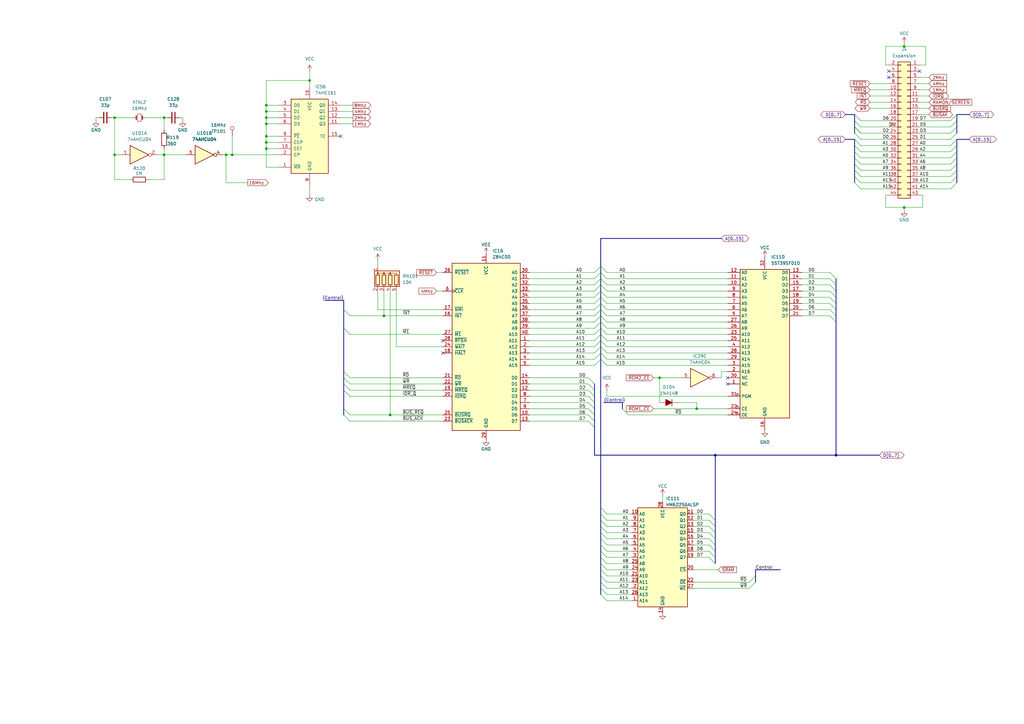
<source format=kicad_sch>
(kicad_sch (version 20250114) (generator "eeschema") (generator_version "9.0")
  (paper "A3")
  (title_block (title "CPU") (date "2024-12-09") (rev "2"))
  (lib_symbols
    (symbol "74xx:74LS04"
      (property "Reference" "U" (at 0 1.27 0))
      (property "Value" "74LS04" (at 0 -1.27 0))
      (symbol "74LS04_1_0"
        (pin input line (at -7.62 0 0) (length 3.81) (name "~") (number "1"))
        (pin output inverted (at 7.62 0 180) (length 3.81) (name "~") (number "2"))
      )
      (symbol "74LS04_2_0"
        (pin input line (at -7.62 0 0) (length 3.81) (name "~") (number "3"))
        (pin output inverted (at 7.62 0 180) (length 3.81) (name "~") (number "4"))
      )
      (symbol "74LS04_3_0"
        (pin input line (at -7.62 0 0) (length 3.81) (name "~") (number "5"))
        (pin output inverted (at 7.62 0 180) (length 3.81) (name "~") (number "6"))
      )
      (symbol "74LS04_4_0"
        (pin input line (at -7.62 0 0) (length 3.81) (name "~") (number "9"))
        (pin output inverted (at 7.62 0 180) (length 3.81) (name "~") (number "8"))
      )
      (symbol "74LS04_5_0"
        (pin input line (at -7.62 0 0) (length 3.81) (name "~") (number "11"))
        (pin output inverted (at 7.62 0 180) (length 3.81) (name "~") (number "10"))
      )
      (symbol "74LS04_6_0"
        (pin input line (at -7.62 0 0) (length 3.81) (name "~") (number "13"))
        (pin output inverted (at 7.62 0 180) (length 3.81) (name "~") (number "12"))
      )
      (symbol "74LS04_7_0"
        (pin power_in line (at 0 12.7 270) (length 5.08) (name "VCC") (number "14"))
        (pin power_in line (at 0 -12.7 90) (length 5.08) (name "GND") (number "7"))
      )
    )
    (symbol "74xx:74LS161" (pin_names (offset 1.016))
      (property "Reference" "U" (at -7.62 16.51 0))
      (property "Value" "74LS161" (at -7.62 -16.51 0))
      (symbol "74LS161_1_0"
        (pin input line (at -12.7 12.7 0) (length 5.08) (name "D0") (number "3"))
        (pin input line (at -12.7 10.16 0) (length 5.08) (name "D1") (number "4"))
        (pin input line (at -12.7 7.62 0) (length 5.08) (name "D2") (number "5"))
        (pin input line (at -12.7 5.08 0) (length 5.08) (name "D3") (number "6"))
        (pin input line (at -12.7 0 0) (length 5.08) (name "~{PE}") (number "9"))
        (pin input line (at -12.7 -2.54 0) (length 5.08) (name "CEP") (number "7"))
        (pin input line (at -12.7 -5.08 0) (length 5.08) (name "CET") (number "10"))
        (pin input line (at -12.7 -7.62 0) (length 5.08) (name "CP") (number "2"))
        (pin input line (at -12.7 -12.7 0) (length 5.08) (name "~{MR}") (number "1"))
        (pin power_in line (at 0 20.32 270) (length 5.08) (name "VCC") (number "16"))
        (pin power_in line (at 0 -20.32 90) (length 5.08) (name "GND") (number "8"))
        (pin output line (at 12.7 12.7 180) (length 5.08) (name "Q0") (number "14"))
        (pin output line (at 12.7 10.16 180) (length 5.08) (name "Q1") (number "13"))
        (pin output line (at 12.7 7.62 180) (length 5.08) (name "Q2") (number "12"))
        (pin output line (at 12.7 5.08 180) (length 5.08) (name "Q3") (number "11"))
        (pin output line (at 12.7 0 180) (length 5.08) (name "TC") (number "15"))
      )
    )
    (symbol "CPU:Z80CPU" (pin_names (offset 1.016))
      (property "Reference" "U" (at -13.97 35.56 0))
      (property "Value" "Z80CPU" (at 6.35 35.56 0))
      (symbol "Z80CPU_1_1"
        (pin input line (at -17.78 30.48 0) (length 3.81) (name "~{RESET}") (number "26"))
        (pin input clock (at -17.78 22.86 0) (length 3.81) (name "~{CLK}") (number "6"))
        (pin input line (at -17.78 15.24 0) (length 3.81) (name "~{NMI}") (number "17"))
        (pin input line (at -17.78 12.7 0) (length 3.81) (name "~{INT}") (number "16"))
        (pin output line (at -17.78 5.08 0) (length 3.81) (name "~{M1}") (number "27"))
        (pin output line (at -17.78 2.54 0) (length 3.81) (name "~{RFSH}") (number "28"))
        (pin input line (at -17.78 0 0) (length 3.81) (name "~{WAIT}") (number "24"))
        (pin output line (at -17.78 -2.54 0) (length 3.81) (name "~{HALT}") (number "18"))
        (pin output line (at -17.78 -12.7 0) (length 3.81) (name "~{RD}") (number "21"))
        (pin output line (at -17.78 -15.24 0) (length 3.81) (name "~{WR}") (number "22"))
        (pin output line (at -17.78 -17.78 0) (length 3.81) (name "~{MREQ}") (number "19"))
        (pin output line (at -17.78 -20.32 0) (length 3.81) (name "~{IORQ}") (number "20"))
        (pin input line (at -17.78 -27.94 0) (length 3.81) (name "~{BUSRQ}") (number "25"))
        (pin output line (at -17.78 -30.48 0) (length 3.81) (name "~{BUSACK}") (number "23"))
        (pin power_in line (at 0 38.1 270) (length 3.81) (name "VCC") (number "11"))
        (pin power_in line (at 0 -38.1 90) (length 3.81) (name "GND") (number "29"))
        (pin output line (at 17.78 30.48 180) (length 3.81) (name "A0") (number "30"))
        (pin output line (at 17.78 27.94 180) (length 3.81) (name "A1") (number "31"))
        (pin output line (at 17.78 25.4 180) (length 3.81) (name "A2") (number "32"))
        (pin output line (at 17.78 22.86 180) (length 3.81) (name "A3") (number "33"))
        (pin output line (at 17.78 20.32 180) (length 3.81) (name "A4") (number "34"))
        (pin output line (at 17.78 17.78 180) (length 3.81) (name "A5") (number "35"))
        (pin output line (at 17.78 15.24 180) (length 3.81) (name "A6") (number "36"))
        (pin output line (at 17.78 12.7 180) (length 3.81) (name "A7") (number "37"))
        (pin output line (at 17.78 10.16 180) (length 3.81) (name "A8") (number "38"))
        (pin output line (at 17.78 7.62 180) (length 3.81) (name "A9") (number "39"))
        (pin output line (at 17.78 5.08 180) (length 3.81) (name "A10") (number "40"))
        (pin output line (at 17.78 2.54 180) (length 3.81) (name "A11") (number "1"))
        (pin output line (at 17.78 0 180) (length 3.81) (name "A12") (number "2"))
        (pin output line (at 17.78 -2.54 180) (length 3.81) (name "A13") (number "3"))
        (pin output line (at 17.78 -5.08 180) (length 3.81) (name "A14") (number "4"))
        (pin output line (at 17.78 -7.62 180) (length 3.81) (name "A15") (number "5"))
        (pin bidirectional line (at 17.78 -12.7 180) (length 3.81) (name "D0") (number "14"))
        (pin bidirectional line (at 17.78 -15.24 180) (length 3.81) (name "D1") (number "15"))
        (pin bidirectional line (at 17.78 -17.78 180) (length 3.81) (name "D2") (number "12"))
        (pin bidirectional line (at 17.78 -20.32 180) (length 3.81) (name "D3") (number "8"))
        (pin bidirectional line (at 17.78 -22.86 180) (length 3.81) (name "D4") (number "7"))
        (pin bidirectional line (at 17.78 -25.4 180) (length 3.81) (name "D5") (number "9"))
        (pin bidirectional line (at 17.78 -27.94 180) (length 3.81) (name "D6") (number "10"))
        (pin bidirectional line (at 17.78 -30.48 180) (length 3.81) (name "D7") (number "13"))
      )
    )
    (symbol "Connector:TestPoint" (pin_numbers (hide yes)) (pin_names (offset 0.762) (hide yes))
      (property "Reference" "TP" (at 0 6.858 0))
      (property "Value" "TestPoint" (at 0 5.08 0))
      (symbol "TestPoint_1_1"
        (pin passive line (at 0 0 90) (length 2.54) (name "1") (number "1"))
      )
    )
    (symbol "Connector_Generic:Conn_02x22_Odd_Even" (pin_names (offset 1.016) (hide yes))
      (property "Reference" "J" (at 1.27 27.94 0))
      (property "Value" "Conn_02x22_Odd_Even" (at 1.27 -30.48 0))
      (symbol "Conn_02x22_Odd_Even_1_1"
        (pin passive line (at -5.08 25.4 0) (length 3.81) (name "Pin_1") (number "1"))
        (pin passive line (at -5.08 22.86 0) (length 3.81) (name "Pin_3") (number "3"))
        (pin passive line (at -5.08 20.32 0) (length 3.81) (name "Pin_5") (number "5"))
        (pin passive line (at -5.08 17.78 0) (length 3.81) (name "Pin_7") (number "7"))
        (pin passive line (at -5.08 15.24 0) (length 3.81) (name "Pin_9") (number "9"))
        (pin passive line (at -5.08 12.7 0) (length 3.81) (name "Pin_11") (number "11"))
        (pin passive line (at -5.08 10.16 0) (length 3.81) (name "Pin_13") (number "13"))
        (pin passive line (at -5.08 7.62 0) (length 3.81) (name "Pin_15") (number "15"))
        (pin passive line (at -5.08 5.08 0) (length 3.81) (name "Pin_17") (number "17"))
        (pin passive line (at -5.08 2.54 0) (length 3.81) (name "Pin_19") (number "19"))
        (pin passive line (at -5.08 0 0) (length 3.81) (name "Pin_21") (number "21"))
        (pin passive line (at -5.08 -2.54 0) (length 3.81) (name "Pin_23") (number "23"))
        (pin passive line (at -5.08 -5.08 0) (length 3.81) (name "Pin_25") (number "25"))
        (pin passive line (at -5.08 -7.62 0) (length 3.81) (name "Pin_27") (number "27"))
        (pin passive line (at -5.08 -10.16 0) (length 3.81) (name "Pin_29") (number "29"))
        (pin passive line (at -5.08 -12.7 0) (length 3.81) (name "Pin_31") (number "31"))
        (pin passive line (at -5.08 -15.24 0) (length 3.81) (name "Pin_33") (number "33"))
        (pin passive line (at -5.08 -17.78 0) (length 3.81) (name "Pin_35") (number "35"))
        (pin passive line (at -5.08 -20.32 0) (length 3.81) (name "Pin_37") (number "37"))
        (pin passive line (at -5.08 -22.86 0) (length 3.81) (name "Pin_39") (number "39"))
        (pin passive line (at -5.08 -25.4 0) (length 3.81) (name "Pin_41") (number "41"))
        (pin passive line (at -5.08 -27.94 0) (length 3.81) (name "Pin_43") (number "43"))
        (pin passive line (at 7.62 25.4 180) (length 3.81) (name "Pin_2") (number "2"))
        (pin passive line (at 7.62 22.86 180) (length 3.81) (name "Pin_4") (number "4"))
        (pin passive line (at 7.62 20.32 180) (length 3.81) (name "Pin_6") (number "6"))
        (pin passive line (at 7.62 17.78 180) (length 3.81) (name "Pin_8") (number "8"))
        (pin passive line (at 7.62 15.24 180) (length 3.81) (name "Pin_10") (number "10"))
        (pin passive line (at 7.62 12.7 180) (length 3.81) (name "Pin_12") (number "12"))
        (pin passive line (at 7.62 10.16 180) (length 3.81) (name "Pin_14") (number "14"))
        (pin passive line (at 7.62 7.62 180) (length 3.81) (name "Pin_16") (number "16"))
        (pin passive line (at 7.62 5.08 180) (length 3.81) (name "Pin_18") (number "18"))
        (pin passive line (at 7.62 2.54 180) (length 3.81) (name "Pin_20") (number "20"))
        (pin passive line (at 7.62 0 180) (length 3.81) (name "Pin_22") (number "22"))
        (pin passive line (at 7.62 -2.54 180) (length 3.81) (name "Pin_24") (number "24"))
        (pin passive line (at 7.62 -5.08 180) (length 3.81) (name "Pin_26") (number "26"))
        (pin passive line (at 7.62 -7.62 180) (length 3.81) (name "Pin_28") (number "28"))
        (pin passive line (at 7.62 -10.16 180) (length 3.81) (name "Pin_30") (number "30"))
        (pin passive line (at 7.62 -12.7 180) (length 3.81) (name "Pin_32") (number "32"))
        (pin passive line (at 7.62 -15.24 180) (length 3.81) (name "Pin_34") (number "34"))
        (pin passive line (at 7.62 -17.78 180) (length 3.81) (name "Pin_36") (number "36"))
        (pin passive line (at 7.62 -20.32 180) (length 3.81) (name "Pin_38") (number "38"))
        (pin passive line (at 7.62 -22.86 180) (length 3.81) (name "Pin_40") (number "40"))
        (pin passive line (at 7.62 -25.4 180) (length 3.81) (name "Pin_42") (number "42"))
        (pin passive line (at 7.62 -27.94 180) (length 3.81) (name "Pin_44") (number "44"))
      )
    )
    (symbol "Device:Crystal_Small" (pin_numbers (hide yes)) (pin_names (offset 1.016) (hide yes))
      (property "Reference" "Y" (at 0 2.54 0))
      (property "Value" "Crystal_Small" (at 0 -2.54 0))
      (symbol "Crystal_Small_1_1"
        (pin passive line (at -2.54 0 0) (length 1.27) (name "1") (number "1"))
        (pin passive line (at 2.54 0 180) (length 1.27) (name "2") (number "2"))
      )
    )
    (symbol "Device:R_Network04" (pin_names (offset 0) (hide yes))
      (property "Reference" "RN" (at -7.62 0 90))
      (property "Value" "R_Network04" (at 5.08 0 90))
      (symbol "R_Network04_1_1"
        (pin passive line (at -5.08 5.08 270) (length 2.54) (name "common") (number "1"))
        (pin passive line (at -5.08 -5.08 90) (length 1.27) (name "R1") (number "2"))
        (pin passive line (at -2.54 -5.08 90) (length 1.27) (name "R2") (number "3"))
        (pin passive line (at 0 -5.08 90) (length 1.27) (name "R3") (number "4"))
        (pin passive line (at 2.54 -5.08 90) (length 1.27) (name "R4") (number "5"))
      )
    )
    (symbol "Memory_Flash:SST39SF010"
      (property "Reference" "U" (at 2.54 33.02 0))
      (property "Value" "SST39SF010" (at 0 -30.48 0))
      (symbol "SST39SF010_0_0"
        (pin power_in line (at 0 36.83 270) (length 5.08) (name "VCC") (number "32"))
        (pin power_in line (at 0 -34.29 90) (length 5.08) (name "GND") (number "16"))
      )
      (symbol "SST39SF010_1_1"
        (pin input line (at -15.24 30.48 0) (length 5.08) (name "A0") (number "12"))
        (pin input line (at -15.24 27.94 0) (length 5.08) (name "A1") (number "11"))
        (pin input line (at -15.24 25.4 0) (length 5.08) (name "A2") (number "10"))
        (pin input line (at -15.24 22.86 0) (length 5.08) (name "A3") (number "9"))
        (pin input line (at -15.24 20.32 0) (length 5.08) (name "A4") (number "8"))
        (pin input line (at -15.24 17.78 0) (length 5.08) (name "A5") (number "7"))
        (pin input line (at -15.24 15.24 0) (length 5.08) (name "A6") (number "6"))
        (pin input line (at -15.24 12.7 0) (length 5.08) (name "A7") (number "5"))
        (pin input line (at -15.24 10.16 0) (length 5.08) (name "A8") (number "27"))
        (pin input line (at -15.24 7.62 0) (length 5.08) (name "A9") (number "26"))
        (pin input line (at -15.24 5.08 0) (length 5.08) (name "A10") (number "23"))
        (pin input line (at -15.24 2.54 0) (length 5.08) (name "A11") (number "25"))
        (pin input line (at -15.24 0 0) (length 5.08) (name "A12") (number "4"))
        (pin input line (at -15.24 -2.54 0) (length 5.08) (name "A13") (number "28"))
        (pin input line (at -15.24 -5.08 0) (length 5.08) (name "A14") (number "29"))
        (pin input line (at -15.24 -7.62 0) (length 5.08) (name "A15") (number "3"))
        (pin input line (at -15.24 -10.16 0) (length 5.08) (name "A16") (number "2"))
        (pin input line (at -15.24 -12.7 0) (length 5.08) (name "NC") (number "30"))
        (pin input line (at -15.24 -15.24 0) (length 5.08) (name "NC") (number "1"))
        (pin input input_low (at -15.24 -20.32 0) (length 5.08) (name "PGM") (number "31"))
        (pin input input_low (at -15.24 -25.4 0) (length 5.08) (name "CE") (number "22"))
        (pin input input_low (at -15.24 -27.94 0) (length 5.08) (name "OE") (number "24"))
        (pin tri_state line (at 15.24 30.48 180) (length 5.08) (name "D0") (number "13"))
        (pin tri_state line (at 15.24 27.94 180) (length 5.08) (name "D1") (number "14"))
        (pin tri_state line (at 15.24 25.4 180) (length 5.08) (name "D2") (number "15"))
        (pin tri_state line (at 15.24 22.86 180) (length 5.08) (name "D3") (number "17"))
        (pin tri_state line (at 15.24 20.32 180) (length 5.08) (name "D4") (number "18"))
        (pin tri_state line (at 15.24 17.78 180) (length 5.08) (name "D5") (number "19"))
        (pin tri_state line (at 15.24 15.24 180) (length 5.08) (name "D6") (number "20"))
        (pin tri_state line (at 15.24 12.7 180) (length 5.08) (name "D7") (number "21"))
      )
    )
    (symbol "Memory_RAM:CY62256-70PC"
      (property "Reference" "U" (at -10.16 20.955 0))
      (property "Value" "CY62256-70PC" (at 2.54 20.955 0))
      (symbol "CY62256-70PC_0_0"
        (pin power_in line (at 0 22.86 270) (length 2.54) (name "VCC") (number "28"))
        (pin power_in line (at 0 -22.86 90) (length 2.54) (name "GND") (number "14"))
      )
      (symbol "CY62256-70PC_1_1"
        (pin input line (at -12.7 17.78 0) (length 2.54) (name "A0") (number "10"))
        (pin input line (at -12.7 15.24 0) (length 2.54) (name "A1") (number "9"))
        (pin input line (at -12.7 12.7 0) (length 2.54) (name "A2") (number "8"))
        (pin input line (at -12.7 10.16 0) (length 2.54) (name "A3") (number "7"))
        (pin input line (at -12.7 7.62 0) (length 2.54) (name "A4") (number "6"))
        (pin input line (at -12.7 5.08 0) (length 2.54) (name "A5") (number "5"))
        (pin input line (at -12.7 2.54 0) (length 2.54) (name "A6") (number "4"))
        (pin input line (at -12.7 0 0) (length 2.54) (name "A7") (number "3"))
        (pin input line (at -12.7 -2.54 0) (length 2.54) (name "A8") (number "25"))
        (pin input line (at -12.7 -5.08 0) (length 2.54) (name "A9") (number "24"))
        (pin input line (at -12.7 -7.62 0) (length 2.54) (name "A10") (number "21"))
        (pin input line (at -12.7 -10.16 0) (length 2.54) (name "A11") (number "23"))
        (pin input line (at -12.7 -12.7 0) (length 2.54) (name "A12") (number "2"))
        (pin input line (at -12.7 -15.24 0) (length 2.54) (name "A13") (number "26"))
        (pin input line (at -12.7 -17.78 0) (length 2.54) (name "A14") (number "1"))
        (pin tri_state line (at 12.7 17.78 180) (length 2.54) (name "Q0") (number "11"))
        (pin tri_state line (at 12.7 15.24 180) (length 2.54) (name "Q1") (number "12"))
        (pin tri_state line (at 12.7 12.7 180) (length 2.54) (name "Q2") (number "13"))
        (pin tri_state line (at 12.7 10.16 180) (length 2.54) (name "Q3") (number "15"))
        (pin tri_state line (at 12.7 7.62 180) (length 2.54) (name "Q4") (number "16"))
        (pin tri_state line (at 12.7 5.08 180) (length 2.54) (name "Q5") (number "17"))
        (pin tri_state line (at 12.7 2.54 180) (length 2.54) (name "Q6") (number "18"))
        (pin tri_state line (at 12.7 0 180) (length 2.54) (name "Q7") (number "19"))
        (pin input line (at 12.7 -5.08 180) (length 2.54) (name "~{CS}") (number "20"))
        (pin input line (at 12.7 -10.16 180) (length 2.54) (name "~{OE}") (number "22"))
        (pin input line (at 12.7 -12.7 180) (length 2.54) (name "~{WE}") (number "27"))
      )
    )
    (symbol "PCM_Diode_AKL:1N4148" (pin_numbers (hide yes)) (pin_names (offset 1.016) (hide yes))
      (property "Reference" "D" (at 0 5.08 0))
      (property "Value" "1N4148" (at 0 2.54 0))
      (symbol "1N4148_1_1"
        (pin passive line (at -3.81 0 0) (length 2.54) (name "A") (number "2"))
        (pin passive line (at 3.81 0 180) (length 2.54) (name "K") (number "1"))
      )
      (symbol "1N4148_1_2"
        (pin passive line (at -2.54 -2.54 0) (length 0) (name "A") (number "2"))
        (pin passive line (at 2.54 2.54 180) (length 0) (name "K") (number "1"))
      )
    )
    (symbol "PCM_SL_Devices:Capacitor_NP"
      (property "Reference" "C" (at 0 6.35 0))
      (property "Value" "Capacitor_NP" (at 0 3.81 0))
      (symbol "Capacitor_NP_1_1"
        (pin passive line (at -2.54 0 0) (length 2) (name "~") (number "1"))
        (pin input line (at 2.54 0 180) (length 2) (name "~") (number "2"))
      )
    )
    (symbol "VCC_1" (power) (pin_numbers (hide yes)) (pin_names (offset 0) (hide yes))
      (property "Value" "VCC" (at 0 3.556 0))
      (symbol "VCC_1_1_1"
        (pin power_in line (at 0 0 90) (length 0) (name "~") (number "1"))
      )
    )
    (symbol "VCC_2" (power) (pin_numbers (hide yes)) (pin_names (offset 0) (hide yes))
      (property "Value" "VCC" (at 0 3.556 0))
      (symbol "VCC_2_1_1"
        (pin power_in line (at 0 0 90) (length 0) (name "~") (number "1"))
      )
    )
    (symbol "artemisa:R" (pin_numbers (hide yes)) (pin_names (offset 1.016))
      (property "Reference" "R" (at 0 -2.54 0))
      (property "Value" "R" (at 0 0 0))
      (symbol "R_1_1"
        (pin passive line (at -3.81 0 0) (length 1.27) (name "~") (number "1"))
        (pin passive line (at 3.81 0 180) (length 1.27) (name "~") (number "2"))
      )
    )
    (symbol "power:GND" (power) (pin_names (offset 0))
      (property "Value" "GND" (at 0 -3.81 0))
      (symbol "GND_1_1"
        (pin power_in line (at 0 0 270) (length 0) (hide yes) (name "GND") (number "1"))
      )
    )
    (symbol "power:VCC" (power) (pin_names (offset 0))
      (property "Value" "VCC" (at 0 3.81 0))
      (symbol "VCC_1_1"
        (pin power_in line (at 0 0 90) (length 0) (hide yes) (name "VCC") (number "1"))
      )
    )
  )
  (bus_alias "Control" (members "Reset" "~{Reset}" "~{INT}" "~{BUS_REQ}" "~{M1}" "~{RFSH}" "~{RD}" "~{WR}" "~{IOR_Q}" "~{MREQ}" "~{BUS_ACK}"))
  (junction (at 67.31 48.26))
  (junction (at 293.37 186.69))
  (junction (at 46.99 63.5))
  (junction (at 92.71 63.5))
  (junction (at 342.9 186.69))
  (junction (at 160.02 170.18))
  (junction (at 109.22 43.18))
  (junction (at 285.75 167.64))
  (junction (at 270.51 154.94))
  (junction (at 109.22 50.8))
  (junction (at 109.22 58.42))
  (junction (at 157.48 129.54))
  (junction (at 46.99 48.26))
  (junction (at 370.84 85.09))
  (junction (at 95.25 63.5))
  (junction (at 67.31 63.5))
  (junction (at 109.22 60.96))
  (junction (at 127 33.02))
  (junction (at 109.22 55.88))
  (junction (at 370.84 19.05))
  (junction (at 109.22 48.26))
  (junction (at 109.22 45.72))
  (no_connect (at 364.49 31.75))
  (no_connect (at 364.49 29.21))
  (no_connect (at 139.7 55.88))
  (no_connect (at 377.19 29.21))
  (no_connect (at 298.45 154.94))
  (no_connect (at 181.61 144.78))
  (no_connect (at 298.45 157.48))
  (no_connect (at 181.61 139.7))
  (bus_entry (at 140.97 167.64) (size 2.54 2.54))
  (bus_entry (at 243.84 121.92) (size 2.54 -2.54))
  (bus_entry (at 350.52 74.93) (size 2.54 2.54))
  (bus_entry (at 350.52 59.69) (size 2.54 2.54))
  (bus_entry (at 241.3 162.56) (size 2.54 2.54))
  (bus_entry (at 248.92 210.82) (size -2.54 -2.54))
  (bus_entry (at 248.92 134.62) (size -2.54 -2.54))
  (bus_entry (at 248.92 223.52) (size -2.54 -2.54))
  (bus_entry (at 248.92 233.68) (size -2.54 -2.54))
  (bus_entry (at 140.97 154.94) (size 2.54 2.54))
  (bus_entry (at 290.83 215.9) (size 2.54 2.54))
  (bus_entry (at 243.84 137.16) (size 2.54 -2.54))
  (bus_entry (at 248.92 116.84) (size -2.54 -2.54))
  (bus_entry (at 309.88 238.76) (size -2.54 2.54))
  (bus_entry (at 241.3 154.94) (size 2.54 2.54))
  (bus_entry (at 340.36 127) (size 2.54 2.54))
  (bus_entry (at 243.84 114.3) (size 2.54 -2.54))
  (bus_entry (at 350.52 49.53) (size 2.54 2.54))
  (bus_entry (at 241.3 170.18) (size 2.54 2.54))
  (bus_entry (at 248.92 238.76) (size -2.54 -2.54))
  (bus_entry (at 243.84 116.84) (size 2.54 -2.54))
  (bus_entry (at 290.83 220.98) (size 2.54 2.54))
  (bus_entry (at 290.83 210.82) (size 2.54 2.54))
  (bus_entry (at 248.92 139.7) (size -2.54 -2.54))
  (bus_entry (at 243.84 129.54) (size 2.54 -2.54))
  (bus_entry (at 340.36 124.46) (size 2.54 2.54))
  (bus_entry (at 140.97 157.48) (size 2.54 2.54))
  (bus_entry (at 243.84 124.46) (size 2.54 -2.54))
  (bus_entry (at 241.3 167.64) (size 2.54 2.54))
  (bus_entry (at 248.92 243.84) (size -2.54 -2.54))
  (bus_entry (at 392.43 69.85) (size -2.54 2.54))
  (bus_entry (at 350.52 52.07) (size 2.54 2.54))
  (bus_entry (at 243.84 132.08) (size 2.54 -2.54))
  (bus_entry (at 243.84 144.78) (size 2.54 -2.54))
  (bus_entry (at 392.43 67.31) (size -2.54 2.54))
  (bus_entry (at 392.43 49.53) (size -2.54 2.54))
  (bus_entry (at 290.83 228.6) (size 2.54 2.54))
  (bus_entry (at 290.83 213.36) (size 2.54 2.54))
  (bus_entry (at 140.97 134.62) (size 2.54 2.54))
  (bus_entry (at 243.84 111.76) (size 2.54 -2.54))
  (bus_entry (at 243.84 127) (size 2.54 -2.54))
  (bus_entry (at 290.83 226.06) (size 2.54 2.54))
  (bus_entry (at 248.92 129.54) (size -2.54 -2.54))
  (bus_entry (at 392.43 72.39) (size -2.54 2.54))
  (bus_entry (at 140.97 170.18) (size 2.54 2.54))
  (bus_entry (at 241.3 172.72) (size 2.54 2.54))
  (bus_entry (at 350.52 46.99) (size 2.54 2.54))
  (bus_entry (at 248.92 142.24) (size -2.54 -2.54))
  (bus_entry (at 392.43 59.69) (size -2.54 2.54))
  (bus_entry (at 340.36 114.3) (size 2.54 2.54))
  (bus_entry (at 290.83 218.44) (size 2.54 2.54))
  (bus_entry (at 248.92 213.36) (size -2.54 -2.54))
  (bus_entry (at 392.43 62.23) (size -2.54 2.54))
  (bus_entry (at 248.92 246.38) (size -2.54 -2.54))
  (bus_entry (at 350.52 64.77) (size 2.54 2.54))
  (bus_entry (at 248.92 124.46) (size -2.54 -2.54))
  (bus_entry (at 248.92 215.9) (size -2.54 -2.54))
  (bus_entry (at 248.92 218.44) (size -2.54 -2.54))
  (bus_entry (at 340.36 121.92) (size 2.54 2.54))
  (bus_entry (at 350.52 72.39) (size 2.54 2.54))
  (bus_entry (at 309.88 236.22) (size -2.54 2.54))
  (bus_entry (at 248.92 147.32) (size -2.54 -2.54))
  (bus_entry (at 248.92 228.6) (size -2.54 -2.54))
  (bus_entry (at 350.52 57.15) (size 2.54 2.54))
  (bus_entry (at 290.83 223.52) (size 2.54 2.54))
  (bus_entry (at 340.36 116.84) (size 2.54 2.54))
  (bus_entry (at 392.43 57.15) (size -2.54 2.54))
  (bus_entry (at 243.84 119.38) (size 2.54 -2.54))
  (bus_entry (at 248.92 220.98) (size -2.54 -2.54))
  (bus_entry (at 243.84 149.86) (size 2.54 -2.54))
  (bus_entry (at 248.92 114.3) (size -2.54 -2.54))
  (bus_entry (at 392.43 46.99) (size -2.54 2.54))
  (bus_entry (at 350.52 62.23) (size 2.54 2.54))
  (bus_entry (at 241.3 165.1) (size 2.54 2.54))
  (bus_entry (at 248.92 111.76) (size -2.54 -2.54))
  (bus_entry (at 340.36 119.38) (size 2.54 2.54))
  (bus_entry (at 392.43 64.77) (size -2.54 2.54))
  (bus_entry (at 392.43 52.07) (size -2.54 2.54))
  (bus_entry (at 248.92 132.08) (size -2.54 -2.54))
  (bus_entry (at 350.52 54.61) (size 2.54 2.54))
  (bus_entry (at 241.3 160.02) (size 2.54 2.54))
  (bus_entry (at 248.92 137.16) (size -2.54 -2.54))
  (bus_entry (at 140.97 127) (size 2.54 2.54))
  (bus_entry (at 392.43 54.61) (size -2.54 2.54))
  (bus_entry (at 248.92 241.3) (size -2.54 -2.54))
  (bus_entry (at 248.92 149.86) (size -2.54 -2.54))
  (bus_entry (at 340.36 111.76) (size 2.54 2.54))
  (bus_entry (at 248.92 144.78) (size -2.54 -2.54))
  (bus_entry (at 140.97 152.4) (size 2.54 2.54))
  (bus_entry (at 248.92 119.38) (size -2.54 -2.54))
  (bus_entry (at 248.92 127) (size -2.54 -2.54))
  (bus_entry (at 248.92 121.92) (size -2.54 -2.54))
  (bus_entry (at 140.97 160.02) (size 2.54 2.54))
  (bus_entry (at 243.84 147.32) (size 2.54 -2.54))
  (bus_entry (at 350.52 67.31) (size 2.54 2.54))
  (bus_entry (at 243.84 134.62) (size 2.54 -2.54))
  (bus_entry (at 241.3 157.48) (size 2.54 2.54))
  (bus_entry (at 350.52 69.85) (size 2.54 2.54))
  (bus_entry (at 340.36 129.54) (size 2.54 2.54))
  (bus_entry (at 243.84 139.7) (size 2.54 -2.54))
  (bus_entry (at 350.52 52.07) (size 2.54 2.54))
  (bus_entry (at 255.27 167.64) (size 2.54 2.54))
  (bus_entry (at 243.84 142.24) (size 2.54 -2.54))
  (bus_entry (at 248.92 236.22) (size -2.54 -2.54))
  (bus_entry (at 248.92 226.06) (size -2.54 -2.54))
  (bus_entry (at 392.43 74.93) (size -2.54 2.54))
  (bus_entry (at 248.92 231.14) (size -2.54 -2.54))
  (wire (pts (xy 294.64 154.94) (xy 295.91 154.94)))
  (wire (pts (xy 328.93 124.46) (xy 340.36 124.46)))
  (wire (pts (xy 370.84 19.05) (xy 363.22 19.05)))
  (bus (pts (xy 293.37 186.69) (xy 342.9 186.69)))
  (wire (pts (xy 248.92 111.76) (xy 298.45 111.76)))
  (wire (pts (xy 143.51 170.18) (xy 160.02 170.18)))
  (wire (pts (xy 353.06 52.07) (xy 364.49 52.07)))
  (wire (pts (xy 160.02 119.38) (xy 160.02 170.18)))
  (wire (pts (xy 143.51 154.94) (xy 181.61 154.94)))
  (wire (pts (xy 109.22 45.72) (xy 109.22 43.18)))
  (wire (pts (xy 109.22 33.02) (xy 127 33.02)))
  (wire (pts (xy 64.77 63.5) (xy 67.31 63.5)))
  (bus (pts (xy 246.38 241.3) (xy 246.38 238.76)))
  (wire (pts (xy 74.93 48.26) (xy 73.66 48.26)))
  (wire (pts (xy 217.17 111.76) (xy 243.84 111.76)))
  (bus (pts (xy 246.38 97.79) (xy 295.91 97.79)))
  (bus (pts (xy 246.38 210.82) (xy 246.38 208.28)))
  (wire (pts (xy 217.17 160.02) (xy 241.3 160.02)))
  (wire (pts (xy 377.19 54.61) (xy 389.89 54.61)))
  (bus (pts (xy 346.71 57.15) (xy 350.52 57.15)))
  (bus (pts (xy 293.37 228.6) (xy 293.37 231.14)))
  (bus (pts (xy 243.84 165.1) (xy 243.84 167.64)))
  (bus (pts (xy 246.38 129.54) (xy 246.38 127)))
  (wire (pts (xy 143.51 137.16) (xy 181.61 137.16)))
  (wire (pts (xy 353.06 74.93) (xy 364.49 74.93)))
  (bus (pts (xy 246.38 147.32) (xy 246.38 144.78)))
  (bus (pts (xy 246.38 223.52) (xy 246.38 220.98)))
  (wire (pts (xy 356.87 34.29) (xy 364.49 34.29)))
  (bus (pts (xy 360.68 186.69) (xy 342.9 186.69)))
  (bus (pts (xy 350.52 46.99) (xy 350.52 49.53)))
  (bus (pts (xy 140.97 154.94) (xy 140.97 157.48)))
  (bus (pts (xy 246.38 147.32) (xy 246.38 208.28)))
  (wire (pts (xy 328.93 127) (xy 340.36 127)))
  (wire (pts (xy 284.48 223.52) (xy 290.83 223.52)))
  (wire (pts (xy 363.22 19.05) (xy 363.22 26.67)))
  (wire (pts (xy 109.22 60.96) (xy 114.3 60.96)))
  (wire (pts (xy 364.49 80.01) (xy 363.22 80.01)))
  (bus (pts (xy 243.84 167.64) (xy 243.84 170.18)))
  (wire (pts (xy 217.17 157.48) (xy 241.3 157.48)))
  (bus (pts (xy 140.97 160.02) (xy 140.97 167.64)))
  (bus (pts (xy 246.38 226.06) (xy 246.38 223.52)))
  (bus (pts (xy 246.38 218.44) (xy 246.38 215.9)))
  (wire (pts (xy 217.17 167.64) (xy 241.3 167.64)))
  (wire (pts (xy 370.84 17.78) (xy 370.84 19.05)))
  (wire (pts (xy 248.92 147.32) (xy 298.45 147.32)))
  (bus (pts (xy 342.9 119.38) (xy 342.9 121.92)))
  (wire (pts (xy 379.73 19.05) (xy 379.73 26.67)))
  (wire (pts (xy 127 76.2) (xy 127 80.01)))
  (wire (pts (xy 74.93 49.53) (xy 74.93 48.26)))
  (wire (pts (xy 46.99 63.5) (xy 49.53 63.5)))
  (bus (pts (xy 342.9 114.3) (xy 342.9 116.84)))
  (wire (pts (xy 248.92 162.56) (xy 248.92 160.02)))
  (bus (pts (xy 246.38 241.3) (xy 246.38 243.84)))
  (wire (pts (xy 377.19 69.85) (xy 389.89 69.85)))
  (wire (pts (xy 217.17 154.94) (xy 241.3 154.94)))
  (bus (pts (xy 392.43 49.53) (xy 392.43 46.99)))
  (bus (pts (xy 342.9 129.54) (xy 342.9 132.08)))
  (bus (pts (xy 255.27 167.64) (xy 255.27 165.1)))
  (wire (pts (xy 154.94 106.68) (xy 154.94 109.22)))
  (wire (pts (xy 377.19 72.39) (xy 389.89 72.39)))
  (wire (pts (xy 377.19 57.15) (xy 389.89 57.15)))
  (wire (pts (xy 377.19 77.47) (xy 389.89 77.47)))
  (wire (pts (xy 356.87 36.83) (xy 364.49 36.83)))
  (bus (pts (xy 350.52 52.07) (xy 350.52 54.61)))
  (bus (pts (xy 392.43 57.15) (xy 397.51 57.15)))
  (wire (pts (xy 217.17 142.24) (xy 243.84 142.24)))
  (bus (pts (xy 246.38 215.9) (xy 246.38 213.36)))
  (bus (pts (xy 246.38 228.6) (xy 246.38 226.06)))
  (wire (pts (xy 45.72 48.26) (xy 46.99 48.26)))
  (wire (pts (xy 217.17 121.92) (xy 243.84 121.92)))
  (bus (pts (xy 133.35 123.19) (xy 140.97 123.19)))
  (bus (pts (xy 246.38 97.79) (xy 246.38 109.22)))
  (wire (pts (xy 328.93 119.38) (xy 340.36 119.38)))
  (wire (pts (xy 353.06 62.23) (xy 364.49 62.23)))
  (wire (pts (xy 46.99 73.66) (xy 46.99 63.5)))
  (bus (pts (xy 247.65 165.1) (xy 255.27 165.1)))
  (wire (pts (xy 284.48 220.98) (xy 290.83 220.98)))
  (wire (pts (xy 353.06 77.47) (xy 364.49 77.47)))
  (bus (pts (xy 246.38 236.22) (xy 246.38 233.68)))
  (bus (pts (xy 392.43 64.77) (xy 392.43 62.23)))
  (wire (pts (xy 109.22 45.72) (xy 114.3 45.72)))
  (bus (pts (xy 392.43 62.23) (xy 392.43 59.69)))
  (bus (pts (xy 293.37 223.52) (xy 293.37 226.06)))
  (wire (pts (xy 39.37 49.53) (xy 39.37 48.26)))
  (wire (pts (xy 248.92 127) (xy 298.45 127)))
  (bus (pts (xy 243.84 170.18) (xy 243.84 172.72)))
  (bus (pts (xy 346.71 46.99) (xy 350.52 46.99)))
  (wire (pts (xy 217.17 134.62) (xy 243.84 134.62)))
  (wire (pts (xy 162.56 142.24) (xy 162.56 119.38)))
  (bus (pts (xy 392.43 72.39) (xy 392.43 69.85)))
  (wire (pts (xy 270.51 154.94) (xy 270.51 165.1)))
  (bus (pts (xy 246.38 137.16) (xy 246.38 134.62)))
  (bus (pts (xy 246.38 213.36) (xy 246.38 210.82)))
  (wire (pts (xy 259.08 223.52) (xy 248.92 223.52)))
  (bus (pts (xy 392.43 52.07) (xy 392.43 49.53)))
  (wire (pts (xy 160.02 170.18) (xy 181.61 170.18)))
  (bus (pts (xy 342.9 124.46) (xy 342.9 127)))
  (wire (pts (xy 143.51 172.72) (xy 181.61 172.72)))
  (wire (pts (xy 259.08 210.82) (xy 248.92 210.82)))
  (wire (pts (xy 259.08 238.76) (xy 248.92 238.76)))
  (wire (pts (xy 217.17 124.46) (xy 243.84 124.46)))
  (wire (pts (xy 248.92 137.16) (xy 298.45 137.16)))
  (bus (pts (xy 350.52 67.31) (xy 350.52 64.77)))
  (bus (pts (xy 350.52 69.85) (xy 350.52 67.31)))
  (bus (pts (xy 246.38 220.98) (xy 246.38 218.44)))
  (wire (pts (xy 95.25 55.88) (xy 95.25 63.5)))
  (wire (pts (xy 377.19 74.93) (xy 389.89 74.93)))
  (wire (pts (xy 328.93 114.3) (xy 340.36 114.3)))
  (wire (pts (xy 377.19 34.29) (xy 381 34.29)))
  (bus (pts (xy 246.38 231.14) (xy 246.38 228.6)))
  (wire (pts (xy 284.48 233.68) (xy 294.64 233.68)))
  (wire (pts (xy 217.17 119.38) (xy 243.84 119.38)))
  (bus (pts (xy 246.38 116.84) (xy 246.38 114.3)))
  (bus (pts (xy 350.52 49.53) (xy 350.52 52.07)))
  (wire (pts (xy 259.08 215.9) (xy 248.92 215.9)))
  (bus (pts (xy 350.52 74.93) (xy 350.52 72.39)))
  (wire (pts (xy 181.61 142.24) (xy 162.56 142.24)))
  (bus (pts (xy 140.97 134.62) (xy 140.97 152.4)))
  (wire (pts (xy 114.3 68.58) (xy 109.22 68.58)))
  (wire (pts (xy 217.17 147.32) (xy 243.84 147.32)))
  (wire (pts (xy 259.08 233.68) (xy 248.92 233.68)))
  (wire (pts (xy 67.31 73.66) (xy 67.31 63.5)))
  (wire (pts (xy 259.08 236.22) (xy 248.92 236.22)))
  (wire (pts (xy 92.71 63.5) (xy 92.71 74.93)))
  (wire (pts (xy 284.48 226.06) (xy 290.83 226.06)))
  (wire (pts (xy 92.71 74.93) (xy 101.6 74.93)))
  (wire (pts (xy 67.31 53.34) (xy 67.31 48.26)))
  (wire (pts (xy 67.31 48.26) (xy 59.69 48.26)))
  (wire (pts (xy 284.48 238.76) (xy 307.34 238.76)))
  (wire (pts (xy 67.31 60.96) (xy 67.31 63.5)))
  (bus (pts (xy 392.43 59.69) (xy 392.43 57.15)))
  (wire (pts (xy 217.17 132.08) (xy 243.84 132.08)))
  (wire (pts (xy 157.48 119.38) (xy 157.48 129.54)))
  (wire (pts (xy 109.22 60.96) (xy 109.22 58.42)))
  (wire (pts (xy 217.17 165.1) (xy 241.3 165.1)))
  (bus (pts (xy 392.43 72.39) (xy 392.43 74.93)))
  (wire (pts (xy 353.06 72.39) (xy 364.49 72.39)))
  (wire (pts (xy 377.19 49.53) (xy 389.89 49.53)))
  (bus (pts (xy 246.38 111.76) (xy 246.38 109.22)))
  (wire (pts (xy 217.17 129.54) (xy 243.84 129.54)))
  (wire (pts (xy 298.45 134.62) (xy 248.92 134.62)))
  (wire (pts (xy 278.13 165.1) (xy 285.75 165.1)))
  (bus (pts (xy 293.37 213.36) (xy 293.37 215.9)))
  (bus (pts (xy 342.9 132.08) (xy 342.9 186.69)))
  (wire (pts (xy 284.48 228.6) (xy 290.83 228.6)))
  (wire (pts (xy 370.84 85.09) (xy 370.84 86.36)))
  (wire (pts (xy 157.48 129.54) (xy 181.61 129.54)))
  (wire (pts (xy 379.73 19.05) (xy 370.84 19.05)))
  (bus (pts (xy 243.84 172.72) (xy 243.84 175.26)))
  (wire (pts (xy 284.48 213.36) (xy 290.83 213.36)))
  (wire (pts (xy 109.22 48.26) (xy 109.22 45.72)))
  (wire (pts (xy 68.58 48.26) (xy 67.31 48.26)))
  (wire (pts (xy 377.19 62.23) (xy 389.89 62.23)))
  (wire (pts (xy 139.7 48.26) (xy 144.78 48.26)))
  (wire (pts (xy 127 33.02) (xy 127 35.56)))
  (wire (pts (xy 257.81 170.18) (xy 298.45 170.18)))
  (wire (pts (xy 179.07 119.38) (xy 181.61 119.38)))
  (bus (pts (xy 350.52 59.69) (xy 350.52 57.15)))
  (bus (pts (xy 392.43 67.31) (xy 392.43 64.77)))
  (wire (pts (xy 356.87 44.45) (xy 364.49 44.45)))
  (bus (pts (xy 246.38 127) (xy 246.38 124.46)))
  (wire (pts (xy 377.19 39.37) (xy 381 39.37)))
  (wire (pts (xy 248.92 119.38) (xy 298.45 119.38)))
  (bus (pts (xy 350.52 64.77) (xy 350.52 62.23)))
  (wire (pts (xy 248.92 149.86) (xy 298.45 149.86)))
  (wire (pts (xy 259.08 231.14) (xy 248.92 231.14)))
  (wire (pts (xy 284.48 218.44) (xy 290.83 218.44)))
  (bus (pts (xy 350.52 62.23) (xy 350.52 59.69)))
  (bus (pts (xy 246.38 119.38) (xy 246.38 116.84)))
  (bus (pts (xy 243.84 160.02) (xy 243.84 162.56)))
  (bus (pts (xy 293.37 186.69) (xy 293.37 213.36)))
  (wire (pts (xy 181.61 127) (xy 154.94 127)))
  (bus (pts (xy 392.43 54.61) (xy 392.43 52.07)))
  (bus (pts (xy 293.37 218.44) (xy 293.37 220.98)))
  (wire (pts (xy 298.45 162.56) (xy 248.92 162.56)))
  (bus (pts (xy 140.97 127) (xy 140.97 134.62)))
  (wire (pts (xy 298.45 116.84) (xy 248.92 116.84)))
  (wire (pts (xy 370.84 85.09) (xy 363.22 85.09)))
  (wire (pts (xy 217.17 144.78) (xy 243.84 144.78)))
  (wire (pts (xy 127 29.21) (xy 127 33.02)))
  (bus (pts (xy 309.88 236.22) (xy 309.88 238.76)))
  (bus (pts (xy 246.38 233.68) (xy 246.38 231.14)))
  (wire (pts (xy 53.34 73.66) (xy 46.99 73.66)))
  (wire (pts (xy 248.92 132.08) (xy 298.45 132.08)))
  (bus (pts (xy 243.84 186.69) (xy 293.37 186.69)))
  (wire (pts (xy 95.25 63.5) (xy 114.3 63.5)))
  (wire (pts (xy 259.08 213.36) (xy 248.92 213.36)))
  (wire (pts (xy 284.48 215.9) (xy 290.83 215.9)))
  (wire (pts (xy 217.17 139.7) (xy 243.84 139.7)))
  (wire (pts (xy 377.19 41.91) (xy 381 41.91)))
  (wire (pts (xy 259.08 220.98) (xy 248.92 220.98)))
  (wire (pts (xy 356.87 41.91) (xy 364.49 41.91)))
  (wire (pts (xy 217.17 170.18) (xy 241.3 170.18)))
  (wire (pts (xy 179.07 111.76) (xy 181.61 111.76)))
  (wire (pts (xy 356.87 39.37) (xy 364.49 39.37)))
  (wire (pts (xy 377.19 52.07) (xy 389.89 52.07)))
  (wire (pts (xy 109.22 58.42) (xy 114.3 58.42)))
  (wire (pts (xy 353.06 59.69) (xy 364.49 59.69)))
  (wire (pts (xy 217.17 127) (xy 243.84 127)))
  (wire (pts (xy 109.22 55.88) (xy 114.3 55.88)))
  (wire (pts (xy 353.06 57.15) (xy 364.49 57.15)))
  (wire (pts (xy 363.22 26.67) (xy 364.49 26.67)))
  (wire (pts (xy 143.51 162.56) (xy 181.61 162.56)))
  (wire (pts (xy 259.08 241.3) (xy 248.92 241.3)))
  (wire (pts (xy 378.46 85.09) (xy 370.84 85.09)))
  (bus (pts (xy 140.97 167.64) (xy 140.97 170.18)))
  (bus (pts (xy 392.43 69.85) (xy 392.43 67.31)))
  (wire (pts (xy 377.19 46.99) (xy 381 46.99)))
  (bus (pts (xy 246.38 236.22) (xy 246.38 238.76)))
  (wire (pts (xy 143.51 157.48) (xy 181.61 157.48)))
  (wire (pts (xy 259.08 228.6) (xy 248.92 228.6)))
  (wire (pts (xy 259.08 218.44) (xy 248.92 218.44)))
  (wire (pts (xy 377.19 80.01) (xy 378.46 80.01)))
  (wire (pts (xy 248.92 246.38) (xy 259.08 246.38)))
  (wire (pts (xy 284.48 241.3) (xy 307.34 241.3)))
  (bus (pts (xy 246.38 132.08) (xy 246.38 129.54)))
  (wire (pts (xy 353.06 67.31) (xy 364.49 67.31)))
  (wire (pts (xy 109.22 43.18) (xy 109.22 33.02)))
  (wire (pts (xy 270.51 154.94) (xy 279.4 154.94)))
  (wire (pts (xy 46.99 48.26) (xy 46.99 63.5)))
  (wire (pts (xy 295.91 154.94) (xy 295.91 152.4)))
  (bus (pts (xy 350.52 72.39) (xy 350.52 69.85)))
  (wire (pts (xy 270.51 154.94) (xy 267.97 154.94)))
  (wire (pts (xy 377.19 59.69) (xy 389.89 59.69)))
  (wire (pts (xy 143.51 160.02) (xy 181.61 160.02)))
  (wire (pts (xy 217.17 172.72) (xy 241.3 172.72)))
  (bus (pts (xy 342.9 121.92) (xy 342.9 124.46)))
  (wire (pts (xy 328.93 116.84) (xy 340.36 116.84)))
  (wire (pts (xy 267.97 167.64) (xy 285.75 167.64)))
  (bus (pts (xy 309.88 233.68) (xy 320.04 233.68)))
  (bus (pts (xy 246.38 139.7) (xy 246.38 137.16)))
  (wire (pts (xy 377.19 64.77) (xy 389.89 64.77)))
  (wire (pts (xy 353.06 54.61) (xy 364.49 54.61)))
  (wire (pts (xy 284.48 210.82) (xy 290.83 210.82)))
  (wire (pts (xy 60.96 73.66) (xy 67.31 73.66)))
  (wire (pts (xy 217.17 137.16) (xy 243.84 137.16)))
  (wire (pts (xy 217.17 116.84) (xy 243.84 116.84)))
  (bus (pts (xy 342.9 116.84) (xy 342.9 119.38)))
  (wire (pts (xy 248.92 142.24) (xy 298.45 142.24)))
  (wire (pts (xy 377.19 31.75) (xy 381 31.75)))
  (wire (pts (xy 379.73 26.67) (xy 377.19 26.67)))
  (wire (pts (xy 67.31 63.5) (xy 76.2 63.5)))
  (wire (pts (xy 248.92 124.46) (xy 298.45 124.46)))
  (wire (pts (xy 363.22 80.01) (xy 363.22 85.09)))
  (wire (pts (xy 109.22 50.8) (xy 114.3 50.8)))
  (wire (pts (xy 328.93 111.76) (xy 340.36 111.76)))
  (wire (pts (xy 91.44 63.5) (xy 92.71 63.5)))
  (wire (pts (xy 217.17 162.56) (xy 241.3 162.56)))
  (wire (pts (xy 377.19 44.45) (xy 381 44.45)))
  (bus (pts (xy 342.9 127) (xy 342.9 129.54)))
  (wire (pts (xy 109.22 68.58) (xy 109.22 60.96)))
  (wire (pts (xy 248.92 121.92) (xy 298.45 121.92)))
  (wire (pts (xy 377.19 67.31) (xy 389.89 67.31)))
  (wire (pts (xy 248.92 144.78) (xy 298.45 144.78)))
  (bus (pts (xy 246.38 124.46) (xy 246.38 121.92)))
  (wire (pts (xy 259.08 226.06) (xy 248.92 226.06)))
  (wire (pts (xy 328.93 129.54) (xy 340.36 129.54)))
  (bus (pts (xy 246.38 114.3) (xy 246.38 111.76)))
  (bus (pts (xy 246.38 121.92) (xy 246.38 119.38)))
  (wire (pts (xy 378.46 80.01) (xy 378.46 85.09)))
  (wire (pts (xy 92.71 63.5) (xy 95.25 63.5)))
  (bus (pts (xy 140.97 157.48) (xy 140.97 160.02)))
  (wire (pts (xy 217.17 149.86) (xy 243.84 149.86)))
  (wire (pts (xy 217.17 114.3) (xy 243.84 114.3)))
  (wire (pts (xy 295.91 152.4) (xy 298.45 152.4)))
  (wire (pts (xy 285.75 165.1) (xy 285.75 167.64)))
  (bus (pts (xy 309.88 233.68) (xy 309.88 236.22)))
  (wire (pts (xy 143.51 129.54) (xy 157.48 129.54)))
  (wire (pts (xy 109.22 48.26) (xy 114.3 48.26)))
  (wire (pts (xy 109.22 50.8) (xy 109.22 48.26)))
  (wire (pts (xy 139.7 45.72) (xy 144.78 45.72)))
  (bus (pts (xy 140.97 152.4) (xy 140.97 154.94)))
  (wire (pts (xy 248.92 114.3) (xy 298.45 114.3)))
  (bus (pts (xy 392.43 46.99) (xy 397.51 46.99)))
  (wire (pts (xy 139.7 43.18) (xy 144.78 43.18)))
  (bus (pts (xy 246.38 134.62) (xy 246.38 132.08)))
  (bus (pts (xy 246.38 142.24) (xy 246.38 139.7)))
  (bus (pts (xy 243.84 157.48) (xy 243.84 160.02)))
  (bus (pts (xy 140.97 123.19) (xy 140.97 127)))
  (wire (pts (xy 39.37 48.26) (xy 40.64 48.26)))
  (wire (pts (xy 109.22 55.88) (xy 109.22 50.8)))
  (wire (pts (xy 353.06 69.85) (xy 364.49 69.85)))
  (bus (pts (xy 293.37 220.98) (xy 293.37 223.52)))
  (bus (pts (xy 243.84 162.56) (xy 243.84 165.1)))
  (bus (pts (xy 246.38 144.78) (xy 246.38 142.24)))
  (bus (pts (xy 243.84 175.26) (xy 243.84 186.69)))
  (wire (pts (xy 377.19 36.83) (xy 381 36.83)))
  (bus (pts (xy 293.37 226.06) (xy 293.37 228.6)))
  (wire (pts (xy 109.22 58.42) (xy 109.22 55.88)))
  (wire (pts (xy 154.94 127) (xy 154.94 119.38)))
  (wire (pts (xy 46.99 48.26) (xy 54.61 48.26)))
  (wire (pts (xy 271.78 203.2) (xy 271.78 205.74)))
  (wire (pts (xy 353.06 64.77) (xy 364.49 64.77)))
  (wire (pts (xy 248.92 243.84) (xy 259.08 243.84)))
  (wire (pts (xy 285.75 167.64) (xy 298.45 167.64)))
  (wire (pts (xy 353.06 49.53) (xy 364.49 49.53)))
  (wire (pts (xy 298.45 139.7) (xy 248.92 139.7)))
  (wire (pts (xy 139.7 50.8) (xy 144.78 50.8)))
  (wire (pts (xy 109.22 43.18) (xy 114.3 43.18)))
  (wire (pts (xy 328.93 121.92) (xy 340.36 121.92)))
  (bus (pts (xy 293.37 215.9) (xy 293.37 218.44)))
  (wire (pts (xy 248.92 129.54) (xy 298.45 129.54)))
  (label "A2" (at 256.54 116.84 180))
  (label "A7" (at 256.54 129.54 180))
  (label "A12" (at 257.81 241.3 180))
  (label "A5" (at 236.22 124.46 0))
  (label "A12" (at 377.19 74.93 0))
  (label "A4" (at 377.19 64.77 0))
  (label "A13" (at 254 243.84 0))
  (label "A9" (at 256.54 134.62 180))
  (label "A4" (at 236.22 121.92 0))
  (label "~{BUS_ACK}" (at 165.1 172.72 0))
  (label "A10" (at 236.22 137.16 0))
  (label "D5" (at 377.19 52.07 0))
  (label "A9" (at 236.22 134.62 0))
  (label "~{IOR_Q}" (at 165.1 162.56 0))
  (label "D1" (at 237.49 157.48 0))
  (label "D7" (at 377.19 49.53 0))
  (label "A4" (at 257.81 220.98 180))
  (label "A7" (at 361.95 67.31 0))
  (label "A11" (at 257.81 238.76 180))
  (label "D1" (at 331.47 114.3 0))
  (label "D4" (at 237.49 165.1 0))
  (label "D2" (at 361.95 54.61 0))
  (label "A0" (at 377.19 59.69 0))
  (label "D0" (at 331.47 111.76 0))
  (label "~{M1}" (at 165.1 137.16 0))
  (label "A13" (at 361.95 74.93 0))
  (label "A10" (at 256.54 137.16 180))
  (label "A5" (at 256.54 124.46 180))
  (label "D2" (at 237.49 160.02 0))
  (label "~{WR}" (at 303.53 241.3 0))
  (label "A3" (at 236.22 119.38 0))
  (label "D3" (at 377.19 54.61 0))
  (label "A8" (at 256.54 132.08 180))
  (label "A0" (at 236.22 111.76 0))
  (label "A6" (at 256.54 127 180))
  (label "A8" (at 257.81 231.14 180))
  (label "D5" (at 285.75 223.52 0))
  (label "A5" (at 361.95 64.77 0))
  (label "D6" (at 237.49 170.18 0))
  (label "A3" (at 256.54 119.38 180))
  (label "D0" (at 285.75 210.82 0))
  (label "D2" (at 285.75 215.9 0))
  (label "{Control}" (at 140.97 123.19 180))
  (label "A1" (at 236.22 114.3 0))
  (label "D4" (at 364.49 52.07 0))
  (label "A1" (at 256.54 114.3 180))
  (label "A11" (at 361.95 72.39 0))
  (label "D3" (at 331.47 119.38 0))
  (label "D4" (at 285.75 220.98 0))
  (label "A2" (at 236.22 116.84 0))
  (label "A0" (at 256.54 111.76 180))
  (label "~{RD}" (at 276.86 170.18 0))
  (label "D7" (at 331.47 129.54 0))
  (label "D1" (at 285.75 213.36 0))
  (label "A5" (at 257.81 223.52 180))
  (label "A3" (at 257.81 218.44 180))
  (label "A10" (at 377.19 72.39 0))
  (label "A4" (at 256.54 121.92 180))
  (label "A8" (at 377.19 69.85 0))
  (label "A14" (at 236.22 147.32 0))
  (label "A0" (at 257.81 210.82 180))
  (label "D6" (at 285.75 226.06 0))
  (label "~{MREQ}" (at 165.1 160.02 0))
  (label "Control" (at 309.88 233.68 0))
  (label "~{RD}" (at 165.1 154.94 0))
  (label "A12" (at 236.22 142.24 0))
  (label "A3" (at 361.95 62.23 0))
  (label "D3" (at 237.49 162.56 0))
  (label "A1" (at 361.95 59.69 0))
  (label "A8" (at 236.22 132.08 0))
  (label "A12" (at 256.54 142.24 180))
  (label "A11" (at 236.22 139.7 0))
  (label "A15" (at 236.22 149.86 0))
  (label "A7" (at 257.81 228.6 180))
  (label "~{BUS_REQ}" (at 165.1 170.18 0))
  (label "A14" (at 377.19 77.47 0))
  (label "A13" (at 236.22 144.78 0))
  (label "D6" (at 331.47 127 0))
  (label "D7" (at 237.49 172.72 0))
  (label "D6" (at 361.95 49.53 0))
  (label "A15" (at 361.95 77.47 0))
  (label "D5" (at 331.47 124.46 0))
  (label "A6" (at 236.22 127 0))
  (label "D7" (at 285.75 228.6 0))
  (label "A10" (at 257.81 236.22 180))
  (label "D1" (at 377.19 57.15 0))
  (label "A2" (at 257.81 215.9 180))
  (label "A9" (at 361.95 69.85 0))
  (label "A14" (at 254 246.38 0))
  (label "D0" (at 361.95 57.15 0))
  (label "A9" (at 257.81 233.68 180))
  (label "A14" (at 252.73 147.32 0))
  (label "A6" (at 257.81 226.06 180))
  (label "A2" (at 377.19 62.23 0))
  (label "A13" (at 252.73 144.78 0))
  (label "D0" (at 237.49 154.94 0))
  (label "A1" (at 257.81 213.36 180))
  (label "A15" (at 252.73 149.86 0))
  (label "D5" (at 237.49 167.64 0))
  (label "D4" (at 331.47 121.92 0))
  (label "{Control}" (at 247.65 165.1 0))
  (label "D2" (at 331.47 116.84 0))
  (label "~{INT}" (at 165.1 129.54 0))
  (label "~{WR}" (at 165.1 157.48 0))
  (label "D3" (at 285.75 218.44 0))
  (label "A6" (at 377.19 67.31 0))
  (label "A7" (at 236.22 129.54 0))
  (label "~{RD}" (at 303.53 238.76 0))
  (label "A11" (at 256.54 139.7 180))
  (global_label "~{IORQ}" (shape tri_state) (at 381 39.37 0) (property "Intersheetrefs" "${INTERSHEET_REFS}" (effects (hide yes))))
  (global_label "~{WR}" (shape tri_state) (at 356.87 44.45 180) (property "Intersheetrefs" "${INTERSHEET_REFS}" (effects (hide yes))))
  (global_label "A[0..15]" (shape bidirectional) (at 346.71 57.15 180) (property "Intersheetrefs" "${INTERSHEET_REFS}" (effects (hide yes))))
  (global_label "1Mhz" (shape input) (at 381 36.83 0) (property "Intersheetrefs" "${INTERSHEET_REFS}" (effects (hide yes))))
  (global_label "4Mhz" (shape output) (at 144.78 45.72 0) (property "Intersheetrefs" "${INTERSHEET_REFS}" (effects (hide yes))))
  (global_label "~{MREQ}" (shape input) (at 356.87 36.83 180) (property "Intersheetrefs" "${INTERSHEET_REFS}" (effects (hide yes))))
  (global_label "A[0..15]" (shape bidirectional) (at 295.91 97.79 0) (property "Intersheetrefs" "${INTERSHEET_REFS}" (effects (hide yes))))
  (global_label "~{INT}" (shape input) (at 356.87 39.37 180) (property "Intersheetrefs" "${INTERSHEET_REFS}" (effects (hide yes))))
  (global_label "~{RD}" (shape tri_state) (at 356.87 41.91 180) (property "Intersheetrefs" "${INTERSHEET_REFS}" (effects (hide yes))))
  (global_label "~{BUSRQ}" (shape input) (at 381 44.45 0) (property "Intersheetrefs" "${INTERSHEET_REFS}" (effects (hide yes))))
  (global_label "4Mhz" (shape input) (at 179.07 119.38 180) (property "Intersheetrefs" "${INTERSHEET_REFS}" (effects (hide yes))))
  (global_label "RAMON{slash}~{SCREEN}" (shape input) (at 381 41.91 0) (property "Intersheetrefs" "${INTERSHEET_REFS}" (effects (hide yes))))
  (global_label "A[0..15]" (shape bidirectional) (at 397.51 57.15 0) (property "Intersheetrefs" "${INTERSHEET_REFS}" (effects (hide yes))))
  (global_label "8Mhz" (shape output) (at 144.78 43.18 0) (property "Intersheetrefs" "${INTERSHEET_REFS}" (effects (hide yes))))
  (global_label "2Mhz" (shape input) (at 381 31.75 0) (property "Intersheetrefs" "${INTERSHEET_REFS}" (effects (hide yes))))
  (global_label "~{RESET}" (shape input) (at 179.07 111.76 180) (property "Intersheetrefs" "${INTERSHEET_REFS}" (effects (hide yes))))
  (global_label "16Mhz" (shape output) (at 101.6 74.93 0) (property "Intersheetrefs" "${INTERSHEET_REFS}" (effects (hide yes))))
  (global_label "D[0..7]" (shape bidirectional) (at 360.68 186.69 0) (property "Intersheetrefs" "${INTERSHEET_REFS}" (effects (hide yes))))
  (global_label "~{SRAM}" (shape input) (at 294.64 233.68 0) (property "Intersheetrefs" "${INTERSHEET_REFS}" (effects (hide yes))))
  (global_label "~{BUSAK}" (shape tri_state) (at 381 46.99 0) (property "Intersheetrefs" "${INTERSHEET_REFS}" (effects (hide yes))))
  (global_label "~{ROM1_CE}" (shape input) (at 267.97 167.64 180) (property "Intersheetrefs" "${INTERSHEET_REFS}" (effects (hide yes))))
  (global_label "~{ROM2_CE}" (shape input) (at 267.97 154.94 180) (property "Intersheetrefs" "${INTERSHEET_REFS}" (effects (hide yes))))
  (global_label "D[0..7]" (shape bidirectional) (at 346.71 46.99 180) (property "Intersheetrefs" "${INTERSHEET_REFS}" (effects (hide yes))))
  (global_label "4Mhz" (shape input) (at 381 34.29 0) (property "Intersheetrefs" "${INTERSHEET_REFS}" (effects (hide yes))))
  (global_label "1Mhz" (shape output) (at 144.78 50.8 0) (property "Intersheetrefs" "${INTERSHEET_REFS}" (effects (hide yes))))
  (global_label "2Mhz" (shape output) (at 144.78 48.26 0) (property "Intersheetrefs" "${INTERSHEET_REFS}" (effects (hide yes))))
  (global_label "D[0..7]" (shape bidirectional) (at 397.51 46.99 0) (property "Intersheetrefs" "${INTERSHEET_REFS}" (effects (hide yes))))
  (global_label "~{RESET}" (shape input) (at 356.87 34.29 180) (property "Intersheetrefs" "${INTERSHEET_REFS}" (effects (hide yes))))
  (symbol (lib_id "power:GND") (at 127 80.01 0) (unit 1)
    (property "Reference" "#PWR015" (effects (hide yes)))
    (property "Value" "GND" (at 131.064 81.788 0))
    (property "Description" "Power symbol creates a global label with name \"GND\" , ground" (effects (hide yes)))
  )
  (symbol (lib_id "Device:Crystal_Small") (at 57.15 48.26 0) (unit 1)
    (property "Reference" "XTAL2" (at 57.15 41.91 0))
    (property "Value" "16Mhz" (at 57.15 44.45 0))
    (property "Footprint" "Crystal:Crystal_HC49-U_Vertical" (effects (hide yes)))
  )
  (symbol (lib_id "power:GND") (at 370.84 86.36 0) (unit 1)
    (property "Reference" "#PWR017" (effects (hide yes)))
    (property "Value" "GND" (at 370.84 90.17 0))
  )
  (symbol (lib_id "74xx:74LS04") (at 83.82 63.5 0) (unit 2)
    (property "Reference" "U101" (at 83.82 54.61 0))
    (property "Value" "74AHCU04" (at 83.82 57.15 0) (effects (font (thickness 0.254) (bold yes))))
    (property "Footprint" "Package_DIP:DIP-14_W7.62mm_Socket_LongPads" (effects (hide yes)))
    (property "Datasheet" "http://www.ti.com/lit/gpn/sn74LS04" (effects (hide yes)))
    (property "Description" "Hex Inverter" (effects (hide yes)))
  )
  (symbol (lib_id "power:GND") (at 271.78 251.46 0) (unit 1)
    (property "Reference" "#PWR027" (effects (hide yes)))
    (property "Value" "GND" (effects (hide yes)))
  )
  (symbol (lib_name "VCC_1") (lib_id "power:VCC") (at 370.84 17.78 0) (unit 1)
    (property "Reference" "#PWR012" (effects (hide yes)))
    (property "Value" "VCC" (at 370.84 13.716 0))
    (property "Description" "Power symbol creates a global label with name \"VCC\"" (effects (hide yes)))
  )
  (symbol (lib_name "VCC_2") (lib_id "power:VCC") (at 248.92 160.02 0) (unit 1)
    (property "Reference" "#PWR021" (effects (hide yes)))
    (property "Value" "VCC" (at 248.92 154.94 0))
    (property "Description" "Power symbol creates a global label with name \"VCC\"" (effects (hide yes)))
  )
  (symbol (lib_id "PCM_SL_Devices:Capacitor_NP") (at 43.18 48.26 0) (unit 1)
    (property "Reference" "C107" (at 43.18 40.64 0))
    (property "Value" "33p" (at 43.18 43.18 0))
    (property "Footprint" "Capacitor_THT:C_Disc_D3.0mm_W2.0mm_P2.50mm" (effects (hide yes)))
    (property "Description" "Unpolarized Capacitor" (effects (hide yes)))
  )
  (symbol (lib_id "Memory_RAM:CY62256-70PC") (at 271.78 228.6 0) (unit 1)
    (property "Reference" "IC111" (at 273.05 204.47 0) (effects (justify left)))
    (property "Value" "HM62256ALSP" (at 273.05 207.01 0) (effects (justify left)))
    (property "Footprint" "Package_DIP:DIP-28_W15.24mm_Socket_LongPads" (effects (hide yes)))
  )
  (symbol (lib_id "Memory_Flash:SST39SF010") (at 313.69 142.24 0) (unit 1)
    (property "Reference" "IC110" (at 316.2615 105.41 0) (effects (justify left)))
    (property "Value" "SST39SF010" (at 316.2615 107.95 0) (effects (justify left)))
    (property "Footprint" "Socket:DIP_Socket-32_W11.9_W12.7_W15.24_W17.78_W18.5_3M_232-1285-00-0602J" (effects (hide yes)))
    (property "Datasheet" "http://ww1.microchip.com/downloads/en/DeviceDoc/25022B.pdf" (effects (hide yes)))
    (property "Description" "Silicon Storage Technology (SSF) 128k x 8 Flash ROM" (effects (hide yes)))
  )
  (symbol (lib_id "power:VCC") (at 199.39 104.14 0) (unit 1)
    (property "Reference" "#PWR019" (effects (hide yes)))
    (property "Value" "VCC" (at 199.39 100.33 0))
  )
  (symbol (lib_id "74xx:74LS161") (at 127 55.88 0) (unit 1)
    (property "Reference" "IC56" (at 129.1941 35.56 0) (effects (justify left)))
    (property "Value" "74HC161" (at 129.1941 38.1 0) (effects (justify left)))
    (property "Footprint" "Package_DIP:DIP-16_W7.62mm_Socket_LongPads" (effects (hide yes)))
    (property "Datasheet" "http://www.ti.com/lit/gpn/sn74LS161" (effects (hide yes)))
    (property "Description" "Synchronous 4-bit programmable binary Counter" (effects (hide yes)))
  )
  (symbol (lib_id "Connector:TestPoint") (at 95.25 55.88 0) (unit 1)
    (property "Reference" "TP101" (at 92.71 53.848 0) (effects (justify right)))
    (property "Value" "16Mhz" (at 92.71 51.308 0) (effects (justify right)))
    (property "Footprint" "TestPoint:TestPoint_Loop_D1.80mm_Drill1.0mm_Beaded" (effects (hide yes)))
  )
  (symbol (lib_id "CPU:Z80CPU") (at 199.39 142.24 0) (unit 1)
    (property "Reference" "IC16" (at 201.9615 102.87 0) (effects (justify left)))
    (property "Value" "Z84C00" (at 201.9615 105.41 0) (effects (justify left)))
    (property "Footprint" "Package_DIP:DIP-40_W15.24mm_LongPads" (effects (hide yes)))
  )
  (symbol (lib_id "artemisa:R") (at 67.31 57.15 90) (mirror x) (unit 1)
    (property "Reference" "R119" (at 73.406 56.388 90) (effects (justify left)))
    (property "Value" "360" (at 72.39 58.928 90) (effects (justify left)))
    (property "Footprint" "Resistor_THT:R_Axial_DIN0207_L6.3mm_D2.5mm_P10.16mm_Horizontal" (effects (hide yes)))
  )
  (symbol (lib_id "Connector_Generic:Conn_02x22_Odd_Even") (at 372.11 52.07 0) (mirror y) (unit 1)
    (property "Reference" "J4" (at 370.84 20.32 0))
    (property "Value" "Expansion" (at 370.84 22.86 0))
    (property "Footprint" "Connector_PinHeader_2.54mm:PinHeader_2x22_P2.54mm_Vertical" (effects (hide yes)))
    (property "Description" "Generic connector, double row, 02x22, odd/even pin numbering scheme (row 1 odd numbers, row 2 even numbers), script generated (kicad-library-utils/schlib/autogen/connector/)" (effects (hide yes)))
  )
  (symbol (lib_id "74xx:74LS04") (at 57.15 63.5 0) (unit 1)
    (property "Reference" "U101" (at 57.15 54.61 0))
    (property "Value" "74AHCU04" (at 57.15 57.15 0))
    (property "Footprint" "Package_DIP:DIP-14_W7.62mm_Socket_LongPads" (effects (hide yes)))
    (property "Datasheet" "http://www.ti.com/lit/gpn/sn74LS04" (effects (hide yes)))
    (property "Description" "Hex Inverter" (effects (hide yes)))
  )
  (symbol (lib_id "power:GND") (at 74.93 49.53 0) (unit 1)
    (property "Reference" "#PWR0148" (effects (hide yes)))
    (property "Value" "GND" (at 74.93 53.34 0))
  )
  (symbol (lib_id "power:GND") (at 199.39 180.34 0) (unit 1)
    (property "Reference" "#PWR023" (effects (hide yes)))
    (property "Value" "GND" (at 199.39 184.15 0))
  )
  (symbol (lib_id "power:GND") (at 39.37 49.53 0) (unit 1)
    (property "Reference" "#PWR0147" (effects (hide yes)))
    (property "Value" "GND" (at 39.37 53.34 0))
  )
  (symbol (lib_id "power:VCC") (at 313.69 105.41 0) (unit 1)
    (property "Reference" "#PWR020" (effects (hide yes)))
    (property "Value" "VCC" (at 313.69 101.6 0))
  )
  (symbol (lib_id "power:VCC") (at 154.94 106.68 0) (unit 1)
    (property "Reference" "#PWR0106" (effects (hide yes)))
    (property "Value" "VCC" (at 154.94 102.108 0))
  )
  (symbol (lib_id "power:GND") (at 313.69 176.53 0) (unit 1)
    (property "Reference" "#PWR022" (effects (hide yes)))
    (property "Value" "GND" (at 313.69 181.356 0))
  )
  (symbol (lib_id "PCM_SL_Devices:Capacitor_NP") (at 71.12 48.26 0) (unit 1)
    (property "Reference" "C128" (at 71.12 40.64 0))
    (property "Value" "33p" (at 71.12 43.18 0))
    (property "Footprint" "Capacitor_THT:C_Disc_D3.0mm_W2.0mm_P2.50mm" (effects (hide yes)))
    (property "Description" "Unpolarized Capacitor" (effects (hide yes)))
  )
  (symbol (lib_id "power:VCC") (at 271.78 203.2 0) (unit 1)
    (property "Reference" "#PWR024" (effects (hide yes)))
    (property "Value" "VCC" (at 271.78 199.39 0))
  )
  (symbol (lib_id "74xx:74LS04") (at 287.02 154.94 0) (unit 3)
    (property "Reference" "IC29" (at 287.02 146.05 0))
    (property "Value" "74AHC04" (at 287.02 148.59 0))
    (property "Footprint" "Package_DIP:DIP-14_W7.62mm_Socket_LongPads" (effects (hide yes)))
    (property "Datasheet" "http://www.ti.com/lit/gpn/sn74LS04" (effects (hide yes)))
    (property "Description" "Hex Inverter" (effects (hide yes)))
  )
  (symbol (lib_id "power:VCC") (at 127 29.21 0) (unit 1)
    (property "Reference" "#PWR013" (effects (hide yes)))
    (property "Value" "VCC" (at 127 24.13 0))
    (property "Description" "Power symbol creates a global label with name \"VCC\"" (effects (hide yes)))
  )
  (symbol (lib_id "artemisa:R") (at 57.15 73.66 180) (unit 1)
    (property "Reference" "R120" (at 59.69 69.088 0) (effects (justify left)))
    (property "Value" "1M" (at 58.42 71.12 0) (effects (justify left)))
    (property "Footprint" "Resistor_THT:R_Axial_DIN0207_L6.3mm_D2.5mm_P10.16mm_Horizontal" (effects (hide yes)))
  )
  (symbol (lib_id "PCM_Diode_AKL:1N4148") (at 274.32 165.1 0) (unit 1)
    (property "Reference" "D104" (at 274.32 158.75 0))
    (property "Value" "1N4148" (at 274.32 161.29 0))
    (property "Footprint" "PCM_Diode_THT_AKL:D_DO-35_SOD27_P7.62mm_Horizontal" (effects (hide yes)))
    (property "Datasheet" "https://datasheet.octopart.com/1N4148TR-ON-Semiconductor-datasheet-42765246.pdf" (effects (hide yes)))
    (property "Description" "DO-35 Diode, Small Signal, Fast Switching, 75V, 150mA, 4ns, Alternate KiCad Library" (effects (hide yes)))
  )
  (symbol (lib_id "Device:R_Network04") (at 160.02 114.3 0) (unit 1)
    (property "Reference" "RN101" (at 165.1 113.2839 0) (effects (justify left)))
    (property "Value" "10K" (at 165.1 115.8239 0) (effects (justify left)))
    (property "Footprint" "Resistor_THT:R_Array_SIP5" (effects (hide yes)))
    (property "Datasheet" "http://www.vishay.com/docs/31509/csc.pdf" (effects (hide yes)))
    (property "Description" "4 resistor network, star topology, bussed resistors, small symbol" (effects (hide yes)))
  )
)
</source>
